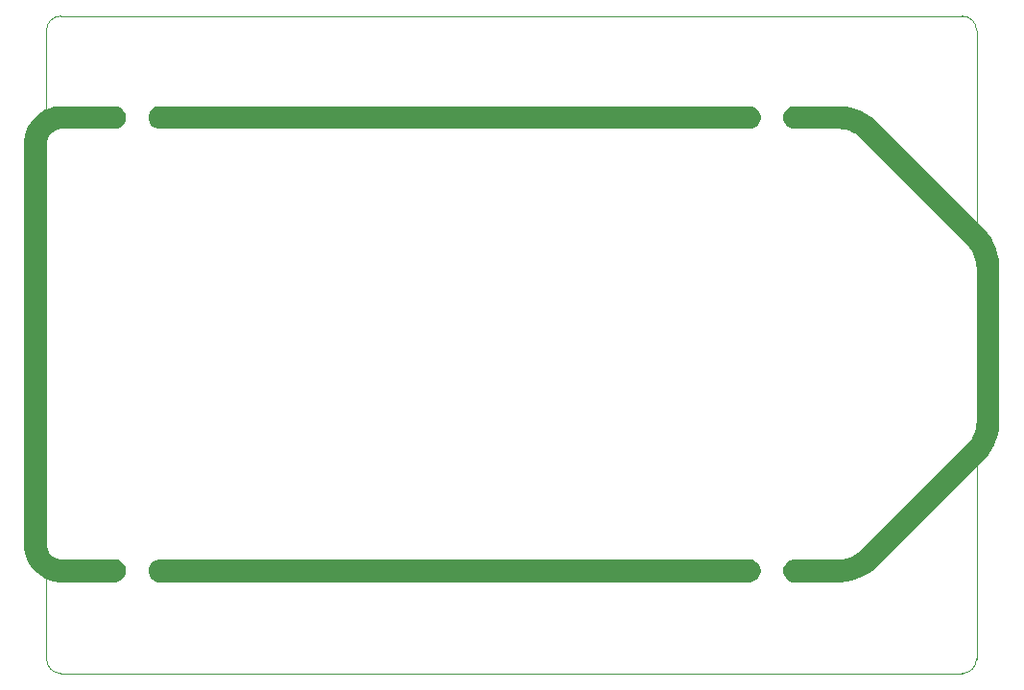
<source format=gbr>
%TF.GenerationSoftware,Altium Limited,Altium Designer,23.11.1 (41)*%
G04 Layer_Color=0*
%FSLAX26Y26*%
%MOIN*%
%TF.SameCoordinates,0B4E2714-AAF7-4A90-8E72-ED1F183F2DA5*%
%TF.FilePolarity,Positive*%
%TF.FileFunction,Profile,NP*%
%TF.Part,CustomerPanel*%
G01*
G75*
%TA.AperFunction,Profile*%
%ADD137C,0.001000*%
G36*
X2598425Y316913D02*
X2748032D01*
X2757831D01*
X2777335Y318834D01*
X2796556Y322658D01*
X2815311Y328347D01*
X2833417Y335847D01*
X2850702Y345085D01*
X2866997Y355974D01*
X2882147Y368406D01*
X2889076Y375336D01*
X2889076Y375336D01*
X3251436Y737696D01*
X3258365Y744625D01*
X3270798Y759775D01*
X3281686Y776070D01*
X3290925Y793354D01*
X3298425Y811461D01*
X3304114Y830215D01*
X3307938Y849437D01*
X3309858Y868941D01*
X3309858Y878740D01*
X3309858Y880134D01*
X3309760Y882919D01*
X3309563Y885698D01*
X3309268Y888470D01*
X3309071Y889849D01*
X3309071Y889849D01*
X3309071Y1408661D01*
Y1418460D01*
X3307150Y1437965D01*
X3303327Y1457186D01*
X3297637Y1475941D01*
X3290138Y1494047D01*
X3280899Y1511331D01*
X3270011Y1527627D01*
X3257578Y1542777D01*
X3250649Y1549706D01*
X3250649Y1549706D01*
X2888288Y1912066D01*
X2881359Y1918995D01*
X2866210Y1931428D01*
X2849914Y1942316D01*
X2832630Y1951555D01*
X2814523Y1959055D01*
X2795769Y1964744D01*
X2776547Y1968568D01*
X2757043Y1970488D01*
X2747244Y1970488D01*
X2747244Y1970489D01*
X2598425D01*
X2593240D01*
X2583223Y1967804D01*
X2574242Y1962619D01*
X2566909Y1955286D01*
X2561724Y1946305D01*
X2559040Y1936289D01*
Y1925918D01*
X2561724Y1915901D01*
X2566909Y1906920D01*
X2574242Y1899588D01*
X2583223Y1894402D01*
X2593240Y1891718D01*
X2598425D01*
D01*
X2747244Y1891718D01*
X2753166Y1891573D01*
X2764954Y1890412D01*
X2776571Y1888101D01*
X2787905Y1884663D01*
X2798848Y1880130D01*
X2809294Y1874547D01*
X2819143Y1867966D01*
X2828299Y1860452D01*
X2832589Y1856367D01*
X2832590Y1856367D01*
X3194950Y1494007D01*
X3199035Y1489716D01*
X3206549Y1480560D01*
X3213129Y1470712D01*
X3218713Y1460266D01*
X3223245Y1449323D01*
X3226684Y1437988D01*
X3228994Y1426371D01*
X3230155Y1414584D01*
X3230301Y1408661D01*
X3230301Y1408661D01*
Y886575D01*
X3230301Y885588D01*
X3230400Y883618D01*
X3230597Y881656D01*
X3230892Y879705D01*
X3231088Y878739D01*
X3230943Y872817D01*
X3229782Y861029D01*
X3227471Y849412D01*
X3224033Y838078D01*
X3219500Y827135D01*
X3213916Y816689D01*
X3207336Y806841D01*
X3199822Y797685D01*
X3195737Y793395D01*
X3195737Y793395D01*
X2833377Y431034D01*
X2829086Y426950D01*
X2819930Y419435D01*
X2810082Y412855D01*
X2799636Y407272D01*
X2788693Y402739D01*
X2777358Y399300D01*
X2765741Y396990D01*
X2753954Y395829D01*
X2748031Y395683D01*
X2748032D01*
X2598425D01*
X2593240D01*
X2583223Y392999D01*
X2574242Y387814D01*
X2566909Y380481D01*
X2561724Y371500D01*
X2559040Y361483D01*
Y351113D01*
X2561724Y341096D01*
X2566909Y332115D01*
X2574242Y324782D01*
X2583223Y319597D01*
X2593240Y316913D01*
X2598425D01*
D01*
D02*
G37*
G36*
X393701D02*
X388516D01*
X378499Y319597D01*
X369518Y324782D01*
X362185Y332115D01*
X357000Y341096D01*
X354316Y351113D01*
Y361483D01*
X357000Y371500D01*
X362185Y380481D01*
X369518Y387814D01*
X378499Y392999D01*
X388516Y395683D01*
X393701D01*
D01*
X2440945D01*
X2444824D01*
X2452433Y394170D01*
X2459601Y391201D01*
X2466051Y386891D01*
X2471537Y381405D01*
X2475847Y374954D01*
X2478816Y367786D01*
X2480330Y360177D01*
Y356298D01*
Y352419D01*
X2478816Y344810D01*
X2475847Y337642D01*
X2471537Y331192D01*
X2466051Y325706D01*
X2459601Y321396D01*
X2452433Y318427D01*
X2444824Y316913D01*
X2440945D01*
D01*
X393701D01*
D02*
G37*
G36*
Y1891718D02*
X388516D01*
X378499Y1894402D01*
X369518Y1899588D01*
X362185Y1906920D01*
X357000Y1915901D01*
X354316Y1925918D01*
Y1936289D01*
X357000Y1946305D01*
X362185Y1955286D01*
X369518Y1962619D01*
X378499Y1967804D01*
X388516Y1970489D01*
X393701D01*
D01*
X2440945D01*
X2444824D01*
X2452433Y1968975D01*
X2459601Y1966006D01*
X2466051Y1961696D01*
X2471537Y1956210D01*
X2475847Y1949759D01*
X2478816Y1942592D01*
X2480330Y1934983D01*
Y1931103D01*
Y1927224D01*
X2478816Y1919615D01*
X2475847Y1912448D01*
X2471537Y1905997D01*
X2466051Y1900511D01*
X2459601Y1896201D01*
X2452433Y1893232D01*
X2444824Y1891718D01*
X2440945D01*
D01*
X393701D01*
D02*
G37*
G36*
X-76788Y445669D02*
Y1841732D01*
Y1850171D01*
X-74585Y1866905D01*
X-70216Y1883208D01*
X-63757Y1898802D01*
X-55318Y1913419D01*
X-45043Y1926809D01*
X-33109Y1938744D01*
X-19718Y1949019D01*
X-5101Y1957458D01*
X10492Y1963917D01*
X26796Y1968285D01*
X43529Y1970489D01*
X51968D01*
D01*
X236220D01*
X240099D01*
X247709Y1968975D01*
X254876Y1966006D01*
X261327Y1961696D01*
X266813Y1956210D01*
X271123Y1949759D01*
X274092Y1942592D01*
X275606Y1934983D01*
Y1931103D01*
Y1927224D01*
X274092Y1919615D01*
X271123Y1912448D01*
X266813Y1905997D01*
X261327Y1900511D01*
X254876Y1896201D01*
X247709Y1893232D01*
X240099Y1891718D01*
X236220D01*
D01*
X51968D01*
X47069Y1891478D01*
X37458Y1889566D01*
X28405Y1885816D01*
X20258Y1880372D01*
X13329Y1873443D01*
X7885Y1865296D01*
X4135Y1856243D01*
X2223Y1846632D01*
X1982Y1841732D01*
D01*
Y445669D01*
X2223Y440770D01*
X4135Y431159D01*
X7885Y422106D01*
X13329Y413959D01*
X20258Y407030D01*
X28405Y401586D01*
X37458Y397836D01*
X47069Y395924D01*
X51968Y395683D01*
D01*
X236220D01*
X240099D01*
X247709Y394170D01*
X254876Y391201D01*
X261327Y386891D01*
X266813Y381405D01*
X271123Y374954D01*
X274092Y367786D01*
X275606Y360177D01*
Y356298D01*
Y352419D01*
X274092Y344810D01*
X271123Y337642D01*
X266813Y331192D01*
X261327Y325706D01*
X254876Y321396D01*
X247709Y318427D01*
X240099Y316913D01*
X236220D01*
D01*
X51968D01*
X43529D01*
X26796Y319116D01*
X10492Y323485D01*
X-5101Y329944D01*
X-19718Y338383D01*
X-33109Y348658D01*
X-45043Y360592D01*
X-55318Y373983D01*
X-63757Y388600D01*
X-70216Y404193D01*
X-74585Y420496D01*
X-76788Y437230D01*
Y445669D01*
D01*
D02*
G37*
D137*
X0Y50000D02*
Y2233465D01*
D02*
G02*
X50000Y2283465I50000J0D01*
G01*
X3180315D01*
D02*
G02*
X3230315Y2233465I0J-50000D01*
G01*
Y50000D01*
D02*
G02*
X3180315Y0I-50000J0D01*
G01*
X50000D01*
D02*
G02*
X0Y50000I0J50000D01*
G01*
%TF.MD5,a697788ccfd197be9fd26d6efa94a92d*%
M02*

</source>
